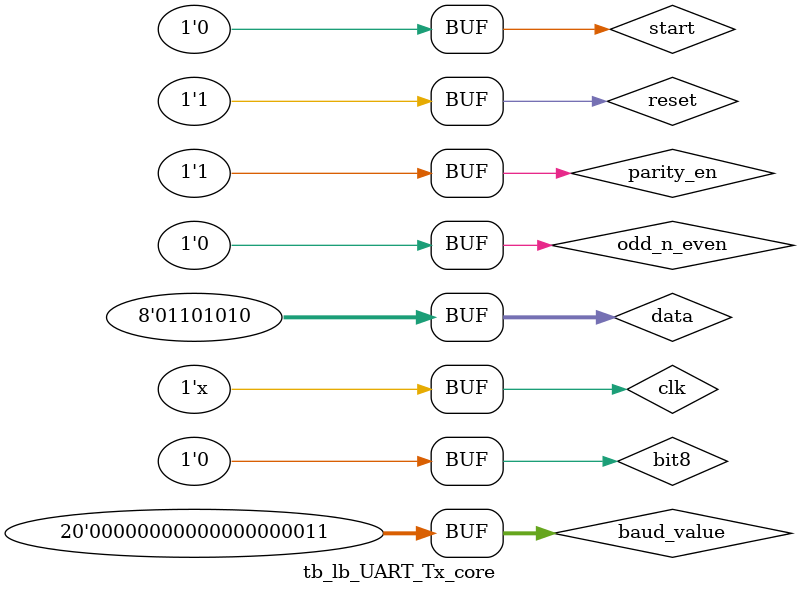
<source format=v>
`timescale 1ps / 1fs


module tb_lb_UART_Tx_core;

	// Inputs
	reg clk;
	reg reset;
	reg [7:0] data;
	reg start;
	reg [19:0] baud_value;
	reg bit8;
	reg parity_en;
	reg odd_n_even;

	// Outputs
	wire tx;
	wire tx_done;

	// Instantiate the Unit Under Test (UUT)
	lb_UART_Tx_Core uut (
		.clk(clk), 
		.reset(reset), 
		.data(data), 
		.start(start), 
		.baud_value(baud_value), 
		.bit8(bit8), 
		.parity_en(parity_en), 
		.odd_n_even(odd_n_even), 
		.tx(tx), 
		.tx_done(tx_done)
	);

	always 
		#5 clk = ~clk;
		
	initial begin
		// Initialize Inputs
		clk = 0;
		reset = 0;
		//data = 0;
		start = 0;
		baud_value = 3;
		bit8 = 0;
		parity_en = 1;
		odd_n_even = 0;
		data = 8'b0110_1010;
		
		#15	
			reset = 1;
		#15
			start = 1;
		#50
			start = 0;
		// Wait 100 ns for global reset to finish
		#1000;
        
		
		// Add stimulus here

	end
      
endmodule


</source>
